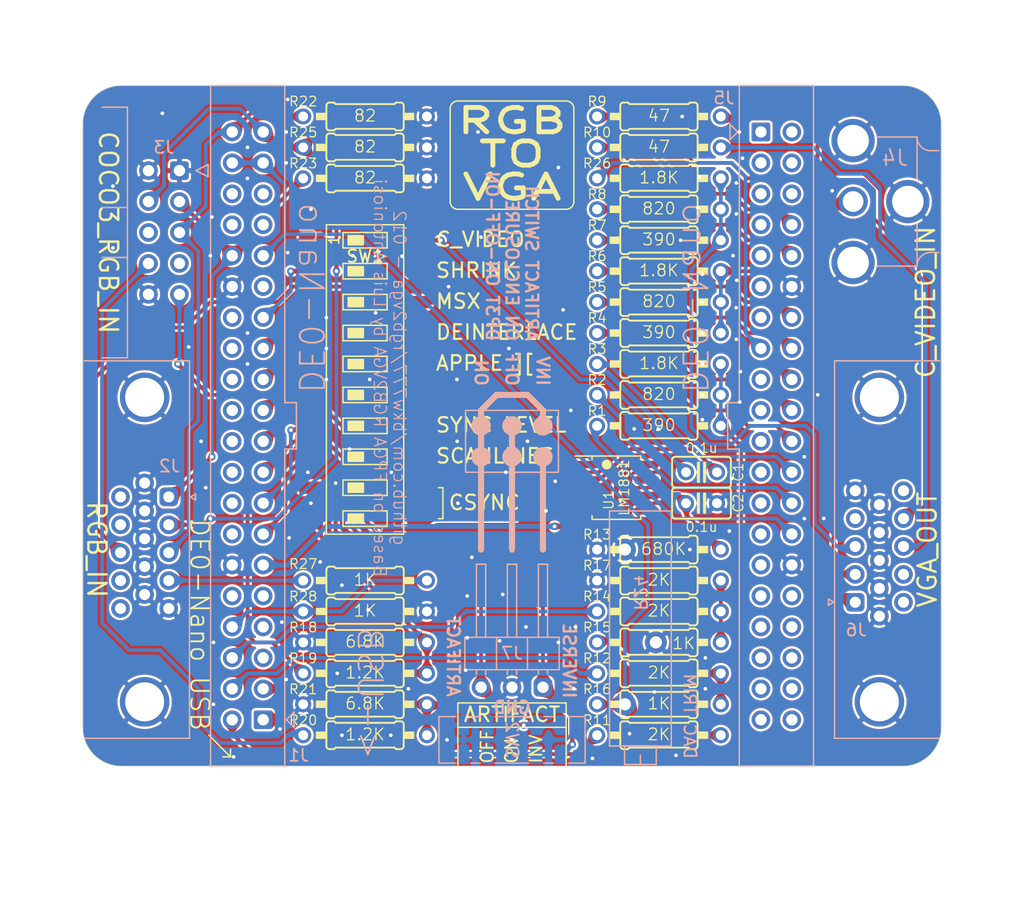
<source format=kicad_pcb>
(kicad_pcb (version 20221018) (generator pcbnew)
  (title_block (title "DE0-NANO_RGB2VGA THT") (date "2024-01-07") (rev "012") (company "Brian K. White - b.kenyon.w@gmail.com") (comment 1 "github.com/bkw777/rgb2vga") (comment 2 "Based on FPGA RGB2VGA by Luis Antoniosi"))
  (layers (0 "F.Cu" signal "Top") (31 "B.Cu" signal "Bottom") (34 "B.Paste" user) (35 "F.Paste" user) (36 "B.SilkS" user "B.Silkscreen") (37 "F.SilkS" user "F.Silkscreen") (38 "B.Mask" user) (39 "F.Mask" user) (44 "Edge.Cuts" user))
  (net 0 "")
  (net 1 "GND")
  (net 2 "/RSET")
  (net 3 "/DIFF_N")
  (net 4 "+5V")
  (net 5 "/_BRIGHT")
  (net 6 "/D0")
  (net 7 "/D1")
  (net 8 "/_VSYNC")
  (net 9 "/D2")
  (net 10 "/_HSYNC")
  (net 11 "/R2")
  (net 12 "/R1")
  (net 13 "/R0")
  (net 14 "/G2")
  (net 15 "/G1")
  (net 16 "/G0")
  (net 17 "/B1")
  (net 18 "/B2")
  (net 19 "/B0")
  (net 20 "/HS")
  (net 21 "/VS")
  (net 22 "Net-(R12-Pad2)")
  (net 23 "Net-(R14-Pad2)")
  (net 24 "Net-(U1-VIDEO)")
  (net 25 "/SW_SHRINK")
  (net 26 "/SW_MSX")
  (net 27 "/SW_DEINT")
  (net 28 "/SW_APPLE_][")
  (net 29 "/SW_ARTIF_INV")
  (net 30 "/SW_ARTIFACT")
  (net 31 "/SW_SYNC_LVL")
  (net 32 "/SW_SCANLINE")
  (net 33 "/SW_C_HS")
  (net 34 "/SW_C_VS")
  (net 35 "/VGA_V")
  (net 36 "/VGA_H")
  (net 37 "/VGA_B")
  (net 38 "/VGA_G")
  (net 39 "/VGA_R")
  (net 40 "/RGB_CS")
  (net 41 "/RGB_B")
  (net 42 "/RGB_G")
  (net 43 "/RGB_R")
  (net 44 "/RGB_BR")
  (net 45 "/RGB_H")
  (net 46 "/RGB_V")
  (footprint "000_LOCAL:C025-025X050" (layer "F.Cu") (at 158.75 104.775)
    (fp_text reference "C1")
    (fp_text value "0.1u")
  )
  (footprint "000_LOCAL:C025-025X050" (layer "F.Cu") (at 158.75 107.315)
    (fp_text reference "C2")
    (fp_text value "0.1u")
  )
  (footprint "000_LOCAL:0207_10" (layer "F.Cu") (at 155.2575 100.965)
    (fp_text reference "R1")
    (fp_text value "390")
  )
  (footprint "000_LOCAL:0207_10" (layer "F.Cu") (at 155.2575 98.425)
    (fp_text reference "R2")
    (fp_text value "820")
  )
  (footprint "000_LOCAL:0207_10" (layer "F.Cu") (at 155.2575 95.885)
    (fp_text reference "R3")
    (fp_text value "1.8K")
  )
  (footprint "000_LOCAL:0207_10" (layer "F.Cu") (at 155.2575 93.345)
    (fp_text reference "R4")
    (fp_text value "390")
  )
  (footprint "000_LOCAL:0207_10" (layer "F.Cu") (at 155.2575 90.805)
    (fp_text reference "R5")
    (fp_text value "820")
  )
  (footprint "000_LOCAL:0207_10" (layer "F.Cu") (at 155.2575 88.265)
    (fp_text reference "R6")
    (fp_text value "1.8K")
  )
  (footprint "000_LOCAL:0207_10" (layer "F.Cu") (at 155.2575 85.725)
    (fp_text reference "R7")
    (fp_text value "390")
  )
  (footprint "000_LOCAL:0207_10" (layer "F.Cu") (at 155.2575 83.185)
    (fp_text reference "R8")
    (fp_text value "820")
  )
  (footprint "000_LOCAL:0207_10" (layer "F.Cu") (at 155.2575 75.565)
    (fp_text reference "R9")
    (fp_text value "47")
  )
  (footprint "000_LOCAL:0207_10" (layer "F.Cu") (at 155.2575 78.105)
    (fp_text reference "R10")
    (fp_text value "47")
  )
  (footprint "000_LOCAL:0207_10" (layer "F.Cu") (at 155.2575 126.365)
    (fp_text reference "R11")
    (fp_text value "2K")
  )
  (footprint "000_LOCAL:0207_10" (layer "F.Cu") (at 155.2575 121.285)
    (fp_text reference "R12")
    (fp_text value "2K")
  )
  (footprint "000_LOCAL:0207_10" (layer "F.Cu") (at 155.2575 111.125)
    (fp_text reference "R13")
    (fp_text value "680K")
  )
  (footprint "000_LOCAL:0207_10" (layer "F.Cu") (at 155.2575 116.205)
    (fp_text reference "R14")
    (fp_text value "2K")
  )
  (footprint "000_LOCAL:0207_10" (layer "F.Cu") (at 155.2575 118.745)
    (fp_text reference "R15")
    (fp_text value "1K")
  )
  (footprint "000_LOCAL:0207_10" (layer "F.Cu") (at 155.2575 123.825)
    (fp_text reference "R16")
    (fp_text value "1K")
  )
  (footprint "000_LOCAL:0207_10" (layer "F.Cu") (at 155.2575 113.665)
    (fp_text reference "R17")
    (fp_text value "2K")
  )
  (footprint "000_LOCAL:0207_10" (layer "F.Cu") (at 131.1275 118.745)
    (fp_text reference "R18")
    (fp_text value "6.8K")
  )
  (footprint "000_LOCAL:0207_10" (layer "F.Cu") (at 131.1275 121.285)
    (fp_text reference "R19")
    (fp_text value "1.2K")
  )
  (footprint "000_LOCAL:0207_10" (layer "F.Cu") (at 131.1275 126.365)
    (fp_text reference "R20")
    (fp_text value "1.2K")
  )
  (footprint "000_LOCAL:0207_10" (layer "F.Cu") (at 131.1275 123.825)
    (fp_text reference "R21")
    (fp_text value "6.8K")
  )
  (footprint "000_LOCAL:0207_10" (layer "F.Cu") (at 131.1275 75.565)
    (fp_text reference "R22")
    (fp_text value "82")
  )
  (footprint "000_LOCAL:0207_10" (layer "F.Cu") (at 131.1275 80.645)
    (fp_text reference "R23")
    (fp_text value "82")
  )
  (footprint "000_LOCAL:0207_10" (layer "F.Cu") (at 131.1275 78.105)
    (fp_text reference "R25")
    (fp_text value "82")
  )
  (footprint "000_LOCAL:0207_10" (layer "F.Cu") (at 155.2575 80.645)
    (fp_text reference "R26")
    (fp_text value "1.8K")
  )
  (footprint "000_LOCAL:0207_10" (layer "F.Cu") (at 131.1275 113.665)
    (fp_text reference "R27")
    (fp_text value "1K")
  )
  (footprint "000_LOCAL:SOIC-8_4x5" (layer "F.Cu") (at 151.765 106.045)
    (fp_text reference "U1")
    (fp_text value "LM1881")
  )
  (footprint "000_LOCAL:0207_10" (layer "F.Cu") (at 131.1275 116.205)
    (fp_text reference "R28")
    (fp_text value "1K")
  )
  (footprint "000_LOCAL:SW_DIP_SPSTx10_Slide_6.7_8.61_P2.54_LowProfile" (layer "F.Cu") (at 131.1275 97.155)
    (fp_text reference "SW1")
    (fp_text value "SW_DIP_x10")
  )
  (footprint "000_LOCAL:DE0-Nano_bare" (layer "F.Cu") (at 143.1925 103.652 -90)
    (fp_text reference "DE0-Nano" hide)
    (fp_text value "DE0-Nano_bare")
  )
  (footprint "000_LOCAL:HD15-SN-25" (layer "B.Cu") (at 173.355 111.125 -90)
    (fp_text reference "J6")
    (fp_text value "VGA_OUT")
  )
  (footprint "000_LOCAL:Potentiometer_Bourns_3006P_Horizontal" (layer "B.Cu") (at 152.4635 111.125 90)
    (fp_text reference "R24")
    (fp_text value "10K")
  )
  (footprint "000_LOCAL:HD15-SN-25" (layer "B.Cu") (at 113.03 111.125 90)
    (fp_text reference "J2")
    (fp_text value "RGB_IN")
  )
  (footprint "000_LOCAL:PinSocket_2x20_P2.54mm_Polarized_Vertical" (layer "B.Cu") (at 122.76 125.095)
    (fp_text reference "J1")
    (fp_text value "GPIO_0")
  )
  (footprint "000_LOCAL:IDC-Header_2x05_P2.54mm_Horizontal" (layer "B.Cu") (at 115.8875 80.01 180)
    (fp_text reference "J3")
    (fp_text value "COCO3_RGB_IN")
  )
  (footprint "000_LOCAL:SW_DP3T_CK_JS203011JAQN" (layer "B.Cu") (at 143.1925 126.746 180)
    (fp_text reference "SW2")
    (fp_text value "SW_DP3T")
  )
  (footprint "000_LOCAL:PinSocket_2x20_P2.54mm_Polarized_Vertical" (layer "B.Cu") (at 163.6286 76.835 180)
    (fp_text reference "J5")
    (fp_text value "GPIO_1")
  )
  (footprint "000_LOCAL:PinHeader_1x03_P2.54mm_Horizontal" (layer "B.Cu") (at 145.7325 122.428 90)
    (fp_text reference "J7")
    (fp_text value "Conn_01x03_Male")
  )
  (footprint "000_LOCAL:RCA" (layer "B.Cu") (at 171.1967 82.55 90)
    (fp_text reference "J4")
    (fp_text value "C_VIDEO_IN")
  )
  (gr_circle (center 143.1925 100.965) (end 143.5925 100.965) (stroke (width 0.8)) (fill none) (layer "B.SilkS"))
  (gr_line (start 140.6525 103.505) (end 140.6525 100.965) (stroke (width 0.5)) (layer "B.SilkS"))
  (gr_line (start 143.1925 103.505) (end 143.1925 100.965) (stroke (width 0.5)) (layer "B.SilkS"))
  (gr_circle (center 143.1925 103.505) (end 143.5925 103.505) (stroke (width 0.8)) (fill none) (layer "B.SilkS"))
  (gr_circle (center 145.7325 103.505) (end 146.1325 103.505) (stroke (width 0.8)) (fill none) (layer "B.SilkS"))
  (gr_circle (center 145.7325 100.965) (end 146.1325 100.965) (stroke (width 0.8)) (fill none) (layer "B.SilkS"))
  (gr_circle (center 140.6525 103.505) (end 141.0525 103.505) (stroke (width 0.8)) (fill none) (layer "B.SilkS"))
  (gr_circle (center 140.6525 100.965) (end 141.0525 100.965) (stroke (width 0.8)) (fill none) (layer "B.SilkS"))
  (gr_line (start 144.4625 98.425) (end 145.7325 99.695) (stroke (width 0.5)) (layer "B.SilkS"))
  (gr_line (start 145.7325 100.965) (end 145.7325 99.695) (stroke (width 0.5)) (layer "B.SilkS"))
  (gr_line (start 140.6525 100.965) (end 140.6525 99.695) (stroke (width 0.5)) (layer "B.SilkS"))
  (gr_line (start 147.0025 99.695) (end 147.0025 104.775) (stroke (width 0.12)) (layer "B.SilkS"))
  (gr_line (start 140.6525 99.695) (end 141.9225 98.425) (stroke (width 0.5)) (layer "B.SilkS"))
  (gr_line (start 139.3825 99.695) (end 147.0025 99.695) (stroke (width 0.12)) (layer "B.SilkS"))
  (gr_line (start 177.5717 86.725) (end 178.2445 86.725) (stroke (width 0.12)) (layer "B.SilkS"))
  (gr_line (start 177.5717 78.375) (end 178.2445 78.375) (stroke (width 0.12)) (layer "B.SilkS"))
  (gr_line (start 141.9225 98.425) (end 144.4625 98.425) (stroke (width 0.5)) (layer "B.SilkS"))
  (gr_line (start 139.3825 104.775) (end 139.3825 99.695) (stroke (width 0.12)) (layer "B.SilkS"))
  (gr_line (start 140.6525 111.125) (end 140.6525 103.505) (stroke (width 0.5)) (layer "B.SilkS"))
  (gr_line (start 143.1925 111.125) (end 143.1925 103.505) (stroke (width 0.5)) (layer "B.SilkS"))
  (gr_line (start 147.0025 104.775) (end 139.3825 104.775) (stroke (width 0.12)) (layer "B.SilkS"))
  (gr_line (start 145.7325 111.125) (end 145.7325 103.505) (stroke (width 0.5)) (layer "B.SilkS"))
  (gr_line (start 147.6375 74.295) (end 138.7475 74.295) (stroke (width 0.12)) (layer "F.SilkS"))
  (gr_line (start 138.7475 83.185) (end 147.6375 83.185) (stroke (width 0.12)) (layer "F.SilkS"))
  (gr_line (start 138.1125 74.93) (end 138.1125 82.55) (stroke (width 0.12)) (layer "F.SilkS"))
  (gr_line (start 118.3005 126.365) (end 120.0785 128.143) (stroke (width 0.12)) (layer "F.SilkS"))
  (gr_line (start 138.7475 128.905) (end 138.7475 123.715) (stroke (width 0.12)) (layer "F.SilkS"))
  (gr_line (start 120.0785 128.143) (end 119.4435 128.143) (stroke (width 0.12)) (layer "F.SilkS"))
  (gr_line (start 120.0785 128.143) (end 120.0785 127.508) (stroke (width 0.12)) (layer "F.SilkS"))
  (gr_arc (start 148.2725 82.55) (mid 148.086513 82.999013) (end 147.6375 83.185) (stroke (width 0.12)) (layer "F.SilkS"))
  (gr_line (start 138.7475 125.715) (end 147.6375 125.715) (stroke (width 0.12)) (layer "F.SilkS"))
  (gr_line (start 137.5235 108.585) (end 137.5235 106.045) (stroke (width 0.12)) (layer "F.SilkS"))
  (gr_line (start 137.5235 108.585) (end 137.1425 108.585) (stroke (width 0.12)) (layer "F.SilkS"))
  (gr_line (start 147.6375 123.715) (end 147.6375 128.905) (stroke (width 0.12)) (layer "F.SilkS"))
  (gr_line (start 137.1425 106.045) (end 137.5235 106.045) (stroke (width 0.12)) (layer "F.SilkS"))
  (gr_line (start 138.7475 123.715) (end 147.6375 123.715) (stroke (width 0.12)) (layer "F.SilkS"))
  (gr_arc (start 138.7475 83.185) (mid 138.298487 82.999013) (end 138.1125 82.55) (stroke (width 0.12)) (layer "F.SilkS"))
  (gr_arc (start 138.1125 74.93) (mid 138.298487 74.480987) (end 138.7475 74.295) (stroke (width 0.12)) (layer "F.SilkS"))
  (gr_line (start 148.2725 82.55) (end 148.2725 74.93) (stroke (width 0.12)) (layer "F.SilkS"))
  (gr_arc (start 147.6375 74.295) (mid 148.086513 74.480987) (end 148.2725 74.93) (stroke (width 0.12)) (layer "F.SilkS"))
  (gr_arc (start 107.95 76.2) (mid 108.879936 73.954936) (end 111.125 73.025) (stroke (width 0.05)) (layer "Edge.Cuts"))
  (gr_arc (start 178.435 125.73) (mid 177.505064 127.975064) (end 175.26 128.905) (stroke (width 0.05)) (layer "Edge.Cuts"))
  (gr_arc (start 111.125 128.905) (mid 108.879936 127.975064) (end 107.95 125.73) (stroke (width 0.05)) (layer "Edge.Cuts"))
  (gr_line (start 178.435 125.73) (end 178.435 76.2) (stroke (width 0.05)) (layer "Edge.Cuts"))
  (gr_line (start 107.95 76.2) (end 107.95 125.73) (stroke (width 0.05)) (layer "Edge.Cuts"))
  (gr_arc (start 175.26 73.025) (mid 177.505064 73.954936) (end 178.435 76.2) (stroke (width 0.05)) (layer "Edge.Cuts"))
  (gr_line (start 175.26 73.025) (end 111.125 73.025) (stroke (width 0.05)) (layer "Edge.Cuts"))
  (gr_line (start 111.125 128.905) (end 175.26 128.905) (stroke (width 0.05)) (layer "Edge.Cuts"))
  (gr_text "${COMMENT1} - ${REVISION}\nBased on FPGA RGB2VGA by Luis Antoniosi" (at 131.7625 97.028 270) (layer "B.SilkS") (effects (font (size 1 1) (thickness 0.1)) (justify bottom mirror)))
  (gr_text "INVERSE" (at 147.8915 123.444 -90) (layer "B.SilkS") (effects (font (size 1 1) (thickness 0.2)) (justify left mirror)))
  (gr_text "GND" (at 143.1925 124.079) (layer "B.SilkS") (effects (font (size 1 1) (thickness 0.2)) (justify mirror)))
  (gr_text "OFF" (at 143.1925 97.79 -90) (layer "B.SilkS") (effects (font (size 1 1) (thickness 0.2)) (justify left mirror)))
  (gr_text "ARTIFACT SWITCH\nON ENCLOSURE\nDP3T ON-OFF-ON" (at 143.1925 94.107 270) (layer "B.SilkS") (effects (font (size 1 1) (thickness 0.2)) (justify left mirror)))
  (gr_text "ON" (at 140.6525 97.79 -90) (layer "B.SilkS") (effects (font (size 1 1) (thickness 0.2)) (justify left mirror)))
  (gr_text "INV" (at 145.7325 97.79 -90) (layer "B.SilkS") (effects (font (size 1 1) (thickness 0.2)) (justify left mirror)))
  (gr_text "ARTIFACT" (at 138.3665 123.317 -90) (layer "B.SilkS") (effects (font (size 1 1) (thickness 0.2)) (justify left mirror)))
  (gr_text "DAC TRIM" (at 157.7975 128.397 270) (layer "B.SilkS") (effects (font (size 1 1)) (justify left mirror)))
  (gr_text "DE0-Nano" (at 126.6825 98.425 270) (layer "B.SilkS") (effects (font (size 2 2)) (justify left mirror)))
  (gr_text "DE0-Nano" (at 158.1785 98.425 270) (layer "B.SilkS") (effects (font (size 2 2)) (justify left mirror)))
  (gr_text "<-USB" (at 131.5085 128.524 270) (layer "B.SilkS") (effects (font (size 2 2)) (justify left mirror)))
  (gr_text "CSYNC" (at 137.8925 107.965) (layer "F.SilkS") (effects (font (size 1.2 1.2) (thickness 0.18)) (justify left bottom)))
  (gr_text "RGB" (at 143.1925 77.089) (layer "F.SilkS") (effects (font (size 2 3) (thickness 0.4)) (justify bottom)))
  (gr_text "TO" (at 143.1925 79.8322) (layer "F.SilkS") (effects (font (size 2 3) (thickness 0.4)) (justify bottom)))
  (gr_text "VGA" (at 143.1925 82.55) (layer "F.SilkS") (effects (font (size 2 3) (thickness 0.4)) (justify bottom)))
  (gr_text "ARTIFACT" (at 143.1925 125.365) (layer "F.SilkS") (effects (font (size 1.2 1.2) (thickness 0.18)) (justify bottom)))
  (gr_text "ON" (at 143.7425 128.778 90) (layer "F.SilkS") (effects (font (size 1 1)) (justify left bottom)))
  (gr_text "INV" (at 145.7425 128.778 90) (layer "F.SilkS") (effects (font (size 1 1)) (justify left bottom)))
  (gr_text "OFF" (at 141.7425 128.778 90) (layer "F.SilkS") (effects (font (size 1 1)) (justify left bottom)))
  (gr_text "C_VIDEO" (at 136.8425 86.36) (layer "F.SilkS") (effects (font (size 1.2 1.2) (thickness 0.18)) (justify left bottom)))
  (gr_text "SCANLINES" (at 136.8425 104.14) (layer "F.SilkS") (effects (font (size 1.2 1.2) (thickness 0.18)) (justify left bottom)))
  (gr_text "MSX" (at 136.8425 91.44) (layer "F.SilkS") (effects (font (size 1.2 1.2) (thickness 0.18)) (justify left bottom)))
  (gr_text "DE0-Nano USB" (at 117.5385 126.111 270) (layer "F.SilkS") (effects (font (size 1.5 1.5)) (justify right)))
  (gr_text "SYNC LEVEL" (at 136.8425 101.6) (layer "F.SilkS") (effects (font (size 1.2 1.2) (thickness 0.18)) (justify left bottom)))
  (gr_text "APPLE ][" (at 136.8425 96.52) (layer "F.SilkS") (effects (font (size 1.2 1.2) (thickness 0.18)) (justify left bottom)))
  (gr_text "DEINTERLACE" (at 136.8425 93.98) (layer "F.SilkS") (effects (font (size 1.2 1.2) (thickness 0.18)) (justify left bottom)))
  (gr_text "SHRINK" (at 136.8425 88.9) (layer "F.SilkS") (effects (font (size 1.2 1.2) (thickness 0.18)) (justify left bottom)))
  (via (at 147.3835 91.44) (size 0.6) (drill 0.3) (layers "F.Cu" "B.Cu") (net 1))
  (via (at 140.6525 85.471) (size 0.6) (drill 0.3) (layers "F.Cu" "B.Cu") (net 1))
  (via (at 126.4285 104.775) (size 0.6) (drill 0.3) (layers "F.Cu" "B.Cu") (net 1))
  (via (at 110.4265 86.36) (size 0.6) (drill 0.3) (layers "F.Cu" "B.Cu") (net 1))
  (via (at 118.0465 106.045) (size 0.6) (drill 0.3) (layers "F.Cu" "B.Cu") (net 1))
  (via (at 158.8135 95.885) (size 0.6) (drill 0.3) (layers "F.Cu" "B.Cu") (net 1))
  (via (at 161.5925 91.265) (size 0.6) (drill 0.3) (layers "F.Cu" "B.Cu") (net 1))
  (via (at 124.7775 74.168) (size 0.6) (drill 0.3) (layers "F.Cu" "B.Cu") (net 1))
  (via (at 124.1425 125.857) (size 0.6) (drill 0.3) (layers "F.Cu" "B.Cu") (net 1))
  (via (at 168.7925 108.565) (size 0.6) (drill 0.3) (layers "F.Cu" "B.Cu") (net 1))
  (via (at 158.8135 98.425) (size 0.6) (drill 0.3) (layers "F.Cu" "B.Cu") (net 1))
  (via (at 121.4755 93.345) (size 0.6) (drill 0.3) (layers "F.Cu" "B.Cu") (net 1))
  (via (at 152.8445 126.238) (size 0.6) (drill 0.3) (layers "F.Cu" "B.Cu") (net 1))
  (via (at 161.9425 96.515) (size 0.6) (drill 0.3) (layers "F.Cu" "B.Cu") (net 1))
  (via (at 147.0025 79.756) (size 0.6) (drill 0.3) (layers "F.Cu" "B.Cu") (net 1))
  (via (at 121.4755 78.105) (size 0.6) (drill 0.3) (layers "F.Cu" "B.Cu") (net 1))
  (via (at 147.0025 118.745) (size 0.6) (drill 0.3) (layers "F.Cu" "B.Cu") (net 1))
  (via (at 137.9855 89.535) (size 0.6) (drill 0.3) (layers "F.Cu" "B.Cu") (net 1))
  (via (at 127.4445 112.141) (size 0.6) (drill 0.3) (layers "F.Cu" "B.Cu") (net 1))
  (via (at 142.4305 114.808) (size 0.6) (drill 0.3) (layers "F.Cu" "B.Cu") (net 1))
  (via (at 124.8925 110.165) (size 0.6) (drill 0.3) (layers "F.Cu" "B.Cu") (net 1))
  (via (at 142.6845 104.775) (size 0.6) (drill 0.3) (layers "F.Cu" "B.Cu") (net 1))
  (via (at 157.7975 111.125) (size 0.6) (drill 0.3) (layers "F.Cu" "B.Cu") (net 1))
  (via (at 118.6815 123.825) (size 0.6) (drill 0.3) (layers "F.Cu" "B.Cu") (net 1))
  (via (at 161.8615 76.835) (size 0.6) (drill 0.3) (layers "F.Cu" "B.Cu") (net 1))
  (via (at 155.194 101.219) (size 0.6) (drill 0.3) (layers "F.Cu" "B.Cu") (net 1))
  (via (at 167.1955 103.505) (size 0.6) (drill 0.3) (layers "F.Cu" "B.Cu") (net 1))
  (via (at 161.6425 89.015) (size 0.6) (drill 0.3) (layers "F.Cu" "B.Cu") (net 1))
  (via (at 117.6655 102.235) (size 0.6) (drill 0.3) (layers "F.Cu" "B.Cu") (net 1))
  (via (at 148.3995 117.475) (size 0.6) (drill 0.3) (layers "F.Cu" "B.Cu") (net 1))
  (via (at 154.8765 122.809) (size 0.6) (drill 0.3) (layers "F.Cu" "B.Cu") (net 1))
  (via (at 129.2225 126.365) (size 0.6) (drill 0.3) (layers "F.Cu" "B.Cu") (net 1))
  (via (at 158.4325 83.058) (size 0.6) (drill 0.3) (layers "F.Cu" "B.Cu") (net 1))
  (via (at 158.8135 93.345) (size 0.6) (drill 0.3) (layers "F.Cu" "B.Cu") (net 1))
  (via (at 161.036 109.601) (size 0.6) (drill 0.3) (layers "F.Cu" "B.Cu") (net 1))
  (via (at 138.6925 102.235) (size 0.6) (drill 0.3) (layers "F.Cu" "B.Cu") (net 1))
  (via (at 138.6675 97.155) (size 0.6) (drill 0.3) (layers "F.Cu" "B.Cu") (net 1))
  (via (at 159.0675 122.555) (size 0.6) (drill 0.3) (layers "F.Cu" "B.Cu") (net 1))
  (via (at 139.8905 111.76) (size 0.6) (drill 0.3) (layers "F.Cu" "B.Cu") (net 1))
  (via (at 127.9525 97.155) (size 0.6) (drill 0.3) (layers "F.Cu" "B.Cu") (net 1))
  (via (at 157.0355 85.725) (size 0.6) (drill 0.3) (layers "F.Cu" "B.Cu") (net 1))
  (via (at 118.6815 118.745) (size 0.6) (drill 0.3) (layers "F.Cu" "B.Cu") (net 1))
  (via (at 129.8575 102.87) (size 0.6) (drill 0.3) (layers "F.Cu" "B.Cu") (net 1))
  (via (at 159.0675 120.015) (size 0.6) (drill 0.3) (layers "F.Cu" "B.Cu") (net 1))
  (via (at 158.8135 100.457) (size 0.6) (drill 0.3) (layers "F.Cu" "B.Cu") (net 1))
  (via (at 143.1925 126.746) (size 0.6) (drill 0.3) (layers "F.Cu" "B.Cu") (net 1))
  (via (at 142.9385 94.615) (size 0.6) (drill 0.3) (layers "F.Cu" "B.Cu") (net 1))
  (via (at 142.1765 118.618) (size 0.6) (drill 0.3) (layers "F.Cu" "B.Cu") (net 1))
  (via (at 161.3425 86.995) (size 0.6) (drill 0.3) (layers "F.Cu" "B.Cu") (net 1))
  (via (at 158.5595 80.518) (size 0.6) (drill 0.3) (layers "F.Cu" "B.Cu") (net 1))
  (via (at 158.8135 88.519) (size 0.6) (drill 0.3) (layers "F.Cu" "B.Cu") (net 1))
  (via (at 140.3985 76.835) (size 0.6) (drill 0.3) (layers "F.Cu" "B.Cu") (net 1))
  (via (at 118.4275 86.995) (size 0.6) (drill 0.3) (layers "F.Cu" "B.Cu") (net 1))
  (via (at 120.3325 128.143) (size 0.6) (drill 0.3) (layers "F.Cu" "B.Cu") (net 1))
  (via (at 124.6505 121.793) (size 0.6) (drill 0.3) (layers "F.Cu" "B.Cu") (net 1))
  (via (at 121.4755 80.645) (size 0.6) (drill 0.3) (layers "F.Cu" "B.Cu") (net 1))
  (via (at 126.6825 83.185) (size 0.6) (drill 0.3) (layers "F.Cu" "B.Cu") (net 1))
  (via (at 162.1155 78.994) (size 0.6) (drill 0.3) (layers "F.Cu" "B.Cu") (net 1))
  (via (at 145.9865 107.95) (size 0.6) (drill 0.3) (layers "F.Cu" "B.Cu") (net 1))
  (via (at 144.3355 117.475) (size 0.6) (drill 0.3) (layers "F.Cu" "B.Cu") (net 1))
  (via (at 149.7965 128.27) (size 0.6) (drill 0.3) (layers "F.Cu" "B.Cu") (net 1))
  (via (at 124.6505 79.375) (size 0.6) (drill 0.3) (layers "F.Cu" "B.Cu") (net 1))
  (via (at 121.4755 95.885) (size 0.6) (drill 0.3) (layers "F.Cu" "B.Cu") (net 1))
  (via (at 118.5545 83.82) (size 0.6) (drill 0.3) (layers "F.Cu" "B.Cu") (net 1))
  (via (at 133.2425 126.365) (size 0.6) (drill 0.3) (layers "F.Cu" "B.Cu") (net 1))
  (via (at 131.3815 116.078) (size 0.6) (drill 0.3) (layers "F.Cu" "B.Cu") (net 1))
  (via (at 124.2949 117.0813) (size 0.6) (drill 0.3) (layers "F.Cu" "B.Cu") (net 1))
  (via (at 161.6075 81.026) (size 0.6) (drill 0.3) (layers "F.Cu" "B.Cu") (net 1))
  (via (at 138.7475 107.315) (size 0.6) (drill 0.3) (layers "F.Cu" "B.Cu") (net 1))
  (via (at 126.6825 107.315) (size 0.6) (drill 0.3) (layers "F.Cu" "B.Cu") (net 1))
  (via (at 128.8415 121.285) (size 0.6) (drill 0.3) (layers "F.Cu" "B.Cu") (net 1))
  (via (at 169.4815 81.661) (size 0.6) (drill 0.3) (layers "F.Cu" "B.Cu") (net 1))
  (via (at 158.8135 90.805) (size 0.6) (drill 0.3) (layers "F.Cu" "B.Cu") (net 1))
  (via (at 129.2225 114.046) (size 0.6) (drill 0.3) (layers "F.Cu" "B.Cu") (net 1))
  (via (at 139.5095 114.935) (size 0.6) (drill 0.3) (layers "F.Cu" "B.Cu") (net 1))
  (via (at 148.0185 99.695) (size 0.6) (drill 0.3) (layers "F.Cu" "B.Cu") (net 1))
  (via (at 161.6075 93.853) (size 0.6) (drill 0.3) (layers "F.Cu" "B.Cu") (net 1))
  (via (at 148.2725 122.555) (size 0.6) (drill 0.3) (layers "F.Cu" "B.Cu") (net 1))
  (via (at 130.1115 86.995) (size 0.6) (drill 0.3) (layers "F.Cu" "B.Cu") (net 1))
  (via (at 116.6495 94.488) (size 0.6) (drill 0.3) (layers "F.Cu" "B.Cu") (net 1))
  (via (at 161.6075 83.566) (size 0.6) (drill 0.3) (layers "F.Cu" "B.Cu") (net 1))
  (via (at 127.9525 94.615) (size 0.6) (drill 0.3) (layers "F.Cu" "B.Cu") (net 1))
  (via (at 134.1675 87.04) (size 0.6) (drill 0.3) (layers "F.Cu" "B.Cu") (net 1))
  (via (at 124.6505 76.835) (size 0.6) (drill 0.3) (layers "F.Cu" "B.Cu") (net 1))
  (via (at 168.2925 98.415) (size 0.6) (drill 0.3) (layers "F.Cu" "B.Cu") (net 1))
  (via (at 134.6835 122.555) (size 0.6) (drill 0.3) (layers "F.Cu" "B.Cu") (net 1))
  (via (at 133.2865 104.775) (size 0.6) (drill 0.3) (layers "F.Cu" "B.Cu") (net 1))
  (via (at 131.5085 97.155) (size 0.6) (drill 0.3) (layers "F.Cu" "B.Cu") (net 1))
  (via (at 139.5095 118.364) (size 0.6) (drill 0.3) (layers "F.Cu" "B.Cu") (net 1))
  (via (at 156.6545 128.016) (size 0.6) (drill 0.3) (layers "F.Cu" "B.Cu") (net 1))
  (via (at 146.7425 105.515) (size 0.6) (drill 0.3) (layers "F.Cu" "B.Cu") (net 1))
  (via (at 137.8585 126.746) (size 0.6) (drill 0.3) (layers "F.Cu" "B.Cu") (net 1))
  (via (at 114.4905 75.311) (size 0.6) (drill 0.3) (layers "F.Cu" "B.Cu") (net 1))
  (via (at 161.2265 105.283) (size 0.6) (drill 0.3) (layers "F.Cu" "B.Cu") (net 1))
  (via (at 139.3825 121.031) (size 0.6) (drill 0.3) (layers "F.Cu" "B.Cu") (net 1))
  (via (at 144.4625 102.235) (size 0.6) (drill 0.3) (layers "F.Cu" "B.Cu") (net 1))
  (via (at 131.9925 91.69) (size 0.6) (drill 0.3) (layers "F.Cu" "B.Cu") (net 1))
  (via (at 128.7145 105.664) (size 0.6) (drill 0.3) (layers "F.Cu" "B.Cu") (net 1))
  (via (at 157.1625 75.565) (size 0.6) (drill 0.3) (layers "F.Cu" "B.Cu") (net 1))
  (via (at 124.7775 86.741) (size 0.6) (drill 0.3) (layers "F.Cu" "B.Cu") (net 1))
  (via (at 161.8925 99.015) (size 0.6) (drill 0.3) (layers "F.Cu" "B.Cu") (net 1))
  (via (at 127.9525 92.075) (size 0.6) (drill 0.3) (layers "F.Cu" "B.Cu") (net 1))
  (via (at 153.2255 101.219) (size 0.6) (drill 0.3) (layers "F.Cu" "B.Cu") (net 1))
  (via (at 167.1955 108.585) (size 0.6) (drill 0.3) (layers "F.Cu" "B.Cu") (net 1))
  (via (at 110.4265 81.28) (size 0.6) (drill 0.3) (layers "F.Cu" "B.Cu") (net 1))
  (segment (start 157.48 107.315) (end 156.845 106.68) (width 0.3048) (layer "F.Cu") (net 2))
  (segment (start 156.845 106.68) (end 154.24 106.68) (width 0.3048) (layer "F.Cu") (net 2))
  (segment (start 157.48 108.2675) (end 157.48 107.315) (width 0.3048) (layer "F.Cu") (net 2))
  (segment (start 160.3375 111.125) (end 157.48 108.2675) (width 0.3048) (layer "F.Cu") (net 2))
  (segment (start 155.0035 126.365) (end 152.4635 123.825) (width 0.3048) (layer "F.Cu") (net 3))
  (segment (start 152.4635 123.825) (end 150.1775 123.825) (width 0.3048) (layer "F.Cu") (net 3))
  (segment (start 160.3375 126.365) (end 155.0035 126.365) (width 0.3048) (layer "F.Cu") (net 3))
  (segment (start 122.76 79.375) (end 124.5235 81.1385) (width 0.3048) (layer "B.Cu") (net 3))
  (segment (start 124.5235 85.2315) (end 130.507 85.2315) (width 0.3048) (layer "B.Cu") (net 3))
  (segment (start 154.3685 109.093) (end 154.3685 115.697) (width 0.3048) (layer "B.Cu") (net 3))
  (segment (start 154.3685 115.697) (end 152.4635 117.602) (width 0.3048) (layer "B.Cu") (net 3))
  (segment (start 122.76 79.375) (end 120.22 79.375) (width 0.3048) (layer "B.Cu") (net 3))
  (segment (start 130.507 85.2315) (end 154.3685 109.093) (width 0.3048) (layer "B.Cu") (net 3))
  (segment (start 152.4635 117.602) (end 152.4635 123.825) (width 0.3048) (layer "B.Cu") (net 3))
  (segment (start 124.5235 85.2315) (end 122.76 86.995) (width 0.3048) (layer "B.Cu") (net 3))
  (segment (start 124.5235 81.1385) (end 124.5235 85.2315) (width 0.3048) (layer "B.Cu") (net 3))
  (segment (start 153.0223 104.2416) (end 151.765 105.4989) (width 0.4) (layer "F.Cu") (net 4))
  (segment (start 154.1384 104.2416) (end 153.0223 104.2416) (width 0.4) (layer "F.Cu") (net 4))
  (segment (start 151.765 105.4989) (end 151.765 108.2675) (width 0.4) (layer "F.Cu") (net 4))
  (segment (start 151.765 108.2675) (end 150.8125 109.22) (width 0.4) (layer "F.Cu") (net 4))
  (segment (start 150.8125 109.22) (end 146.685 109.22) (width 0.4) (layer "F.Cu") (net 4))
  (segment (start 154.24 104.14) (end 154.1384 104.2416) (width 0.4) (layer "F.Cu") (net 4))
  (via (at 146.685 109.22) (size 0.6) (drill 0.3) (layers "F.Cu" "B.Cu") (net 4))
  (segment (start 146.685 109.22) (end 127.9398 109.22) (width 0.4) (layer "B.Cu") (net 4))
  (segment (start 124.7648 112.395) (end 122.76 112.395) (width 0.4) (layer "B.Cu") (net 4))
  (segment (start 127.9398 109.22) (end 124.7648 112.395) (width 0.4) (layer "B.Cu") (net 4))
  (segment (start 121.49 116.205) (end 120.22 117.475) (width 0.3048) (layer "B.Cu") (net 5))
  (segment (start 131.7625 113.665) (end 136.2075 113.665) (width 0.3048) (layer "B.Cu") (net 5))
  (segment (start 126.0475 116.205) (end 121.49 116.205) (width 0.3048) (layer "B.Cu") (net 5))
  (segment (start 129.2225 116.205) (end 131.7625 113.665) (width 0.3048) (layer "B.Cu") (net 5))
  (segment (start 126.0475 116.205) (end 129.2225 116.205) (width 0.3048) (layer "B.Cu") (net 5))
  (segment (start 139.4025 116.205) (end 150.1775 116.205) (width 0.3048) (layer "B.Cu") (net 6))
  (segment (start 121.49 118.745) (end 123.8885 118.745) (width 0.3048) (layer "B.Cu") (net 6))
  (segment (start 123.8885 118.745) (end 125.1585 117.475) (width 0.3048) (layer "B.Cu") (net 6))
  (segment (start 138.1325 117.475) (end 139.4025 116.205) (width 0.3048) (layer "B.Cu") (net 6))
  (segment (start 120.22 120.015) (end 121.49 118.745) (width 0.3048) (layer "B.Cu") (net 6))
  (segment (start 125.1585 117.475) (end 138.1325 117.475) (width 0.3048) (layer "B.Cu") (net 6))
  (segment (start 147.5105 120.015) (end 148.7805 121.285) (width 0.3048) (layer "B.Cu") (net 7))
  (segment (start 148.7805 121.285) (end 150.1775 121.285) (width 0.3048) (layer "B.Cu") (net 7))
  (segment (start 123.9139 121.285) (end 125.1839 120.015) (width 0.3048) (layer "B.Cu") (net 7))
  (segment (start 120.22 122.555) (end 121.49 121.285) (width 0.3048) (layer "B.Cu") (net 7))
  (segment (start 121.49 121.285) (end 123.9139 121.285) (width 0.3048) (layer "B.Cu") (net 7))
  (segment (start 125.1839 120.015) (end 147.5105 120.015) (width 0.3048) (layer "B.Cu") (net 7))
  (segment (start 136.2075 118.745) (end 136.2075 121.285) (width 0.3048) (layer "F.Cu") (net 8))
  (segment (start 130.4925 122.555) (end 122.76 122.555) (width 0.3048) (layer "F.Cu") (net 8))
  (segment (start 127.508 110.0455) (end 136.2075 118.745) (width 0.3048) (layer "F.Cu") (net 8))
  (segment (start 127.508 108.585) (end 127.508 110.0455) (width 0.3048) (layer "F.Cu") (net 8))
  (segment (start 131.7625 121.285) (end 130.4925 122.555) (width 0.3048) (layer "F.Cu") (net 8))
  (segment (start 126.6955 108.585) (end 127.508 108.585) (width 0.3048) (layer "F.Cu") (net 8))
  (segment (start 136.2075 121.285) (end 131.7625 121.285) (width 0.3048) (layer "F.Cu") (net 8))
  (segment (start 120.22 126.2525) (end 121.8819 127.9144) (width 0.3048) (layer "F.Cu") (net 9))
  (segment (start 148.6281 127.9144) (end 150.1775 126.365) (width 0.3048) (layer "F.Cu") (net 9))
  (segment (start 121.8819 127.9144) (end 148.6281 127.9144) (width 0.3048) (layer "F.Cu") (net 9))
  (segment (start 120.22 125.095) (end 120.22 126.2525) (width 0.3048) (layer "F.Cu") (net 9))
  (segment (start 136.2075 123.825) (end 136.2075 126.365) (width 0.3048) (layer "F.Cu") (net 10))
  (segment (start 137.2825 123.825) (end 136.2075 123.825) (width 0.3048) (layer "F.Cu") (net 10))
  (segment (start 131.7625 125.095) (end 122.76 125.095) (width 0.3048) (layer "F.Cu") (net 10))
  (segment (start 127.197 106.045) (end 128.7145 107.5625) (width 0.3048) (layer "F.Cu") (net 10))
  (segment (start 138.2395 113.4872) (end 138.2395 122.868) (width 0.3048) (layer "F.Cu") (net 10))
  (segment (start 128.7145 107.5625) (end 128.7145 109.5883) (width 0.3048) (layer "F.Cu") (net 10))
  (segment (start 136.2075 123.825) (end 133.0325 123.825) (width 0.3048) (layer "F.Cu") (net 10))
  (segment (start 126.6955 106.045) (end 127.197 106.045) (width 0.3048) (layer "F.Cu") (net 10))
  (segment (start 131.318 112.1918) (end 136.9441 112.1918) (width 0.3048) (layer "F.Cu") (net 10))
  (segment (start 128.7145 109.5883) (end 131.318 112.1918) (width 0.3048) (layer "F.Cu") (net 10))
  (segment (start 133.0325 123.825) (end 131.7625 125.095) (width 0.3048) (layer "F.Cu") (net 10))
  (segment (start 136.9441 112.1918) (end 138.2395 113.4872) (width 0.3048) (layer "F.Cu") (net 10))
  (segment (start 138.2395 122.868) (end 137.2825 123.825) (width 0.3048) (layer "F.Cu") (net 10))
  (segment (start 150.1775 102.235) (end 150.1775 100.965) (width 0.3048) (layer "B.Cu") (net 11))
  (segment (start 166.1686 109.855) (end 164.8986 108.585) (width 0.3048) (layer "B.Cu") (net 11))
  (segment (start 164.8986 108.585) (end 156.5275 108.585) (width 0.3048) (layer "B.Cu") (net 11))
  (segment (start 156.5275 108.585) (end 150.1775 102.235) (width 0.3048) (layer "B.Cu") (net 11))
  (segment (start 156.5275 106.045) (end 152.0825 101.6) (width 0.3048) (layer "B.Cu") (net 12))
  (segment (start 164.8986 106.045) (end 156.5275 106.045) (width 0.3048) (layer "B.Cu") (net 12))
  (segment (start 152.0825 100.33) (end 150.1775 98.425) (width 0.3048) (layer "B.Cu") (net 12))
  (segment (start 152.0825 101.6) (end 152.0825 100.33) (width 0.3048) (layer "B.Cu") (net 12))
  (segment (start 166.1686 107.315) (end 164.8986 106.045) (width 0.3048) (layer "B.Cu") (net 12))
  (segment (start 158.75 103.505) (end 151.13 95.885) (width 0.3048) (layer "B.Cu") (net 13))
  (segment (start 151.13 95.885) (end 150.1775 95.885) (width 0.3048) (layer "B.Cu") (net 13))
  (segment (start 164.8986 103.505) (end 158.75 103.505) (width 0.3048) (layer "B.Cu") (net 13))
  (segment (start 166.1686 104.775) (end 164.8986 103.505) (width 0.3048) (layer "B.Cu") (net 13))
  (segment (start 158.115 99.695) (end 151.765 93.345) (width 0.3048) (layer "F.Cu") (net 14))
  (segment (start 166.1686 102.235) (end 164.8986 100.965) (width 0.3048) (layer "F.Cu") (net 14))
  (segment (start 162.56 100.965) (end 161.29 99.695) (width 0.3048) (layer "F.Cu") (net 14))
  (segment (start 151.765 93.345) (end 149.86 93.345) (width 0.3048) (layer "F.Cu") (net 14))
  (segment (start 164.8986 100.965) (end 162.56 100.965) (width 0.3048) (layer "F.Cu") (net 14))
  (segment (start 161.29 99.695) (end 158.115 99.695) (width 0.3048) (layer "F.Cu") (net 14))
  (segment (start 151.765 90.805) (end 149.86 90.805) (width 0.3048) (layer "F.Cu") (net 15))
  (segment (start 161.29 97.155) (end 158.115 97.155) (width 0.3048) (layer "F.Cu") (net 15))
  (segment (start 166.1686 99.695) (end 164.8986 98.425) (width 0.3048) (layer "F.Cu") (net 15))
  (segment (start 158.115 97.155) (end 151.765 90.805) (width 0.3048) (layer "F.Cu") (net 15))
  (segment (start 162.56 98.425) (end 161.29 97.155) (width 0.3048) (layer "F.Cu") (net 15))
  (segment (start 164.8986 98.425) (end 162.56 98.425) (width 0.3048) (layer "F.Cu") (net 15))
  (segment (start 164.8986 95.885) (end 162.56 95.885) (width 0.3048) (layer "F.Cu") (net 16))
  (segment (start 161.29 94.615) (end 158.115 94.615) (width 0.3048) (layer "F.Cu") (net 16))
  (segment (start 158.115 94.615) (end 151.765 88.265) (width 0.3048) (layer "F.Cu") (net 16))
  (segment (start 166.1686 97.155) (end 164.8986 95.885) (width 0.3048) (layer "F.Cu") (net 16))
  (segment (start 162.56 95.885) (end 161.29 94.615) (width 0.3048) (layer "F.Cu") (net 16))
  (segment (start 151.765 88.265) (end 149.86 88.265) (width 0.3048) (layer "F.Cu") (net 16))
  (segment (start 164.8986 90.805) (end 162.33775 90.805) (width 0.3048) (layer "F.Cu") (net 17))
  (segment (start 166.1686 92.075) (end 164.8986 90.805) (width 0.3048) (layer "F.Cu") (net 17))
  (segment (start 151.765 83.185) (end 149.86 83.185) (width 0.3048) (layer "F.Cu") (net 17))
  (segment (start 158.115 89.535) (end 151.765 83.185) (width 0.3048) (layer "F.Cu") (net 17))
  (segment (start 161.06775 89.535) (end 158.115 89.535) (width 0.3048) (layer "F.Cu") (net 17))
  (segment (start 162.33775 90.805) (end 161.06775 89.535) (width 0.3048) (layer "F.Cu") (net 17))
  (segment (start 166.1686 94.615) (end 164.8986 93.345) (width 0.3048) (layer "F.Cu") (net 18))
  (segment (start 162.56 93.345) (end 161.29 92.075) (width 0.3048) (layer "F.Cu") (net 18))
  (segment (start 158.115 92.075) (end 151.765 85.725) (width 0.3048) (layer "F.Cu") (net 18))
  (segment (start 161.29 92.075) (end 158.115 92.075) (width 0.3048) (layer "F.Cu") (net 18))
  (segment (start 164.8986 93.345) (end 162.56 93.345) (width 0.3048) (layer "F.Cu") (net 18))
  (segment (start 151.765 85.725) (end 149.86 85.725) (width 0.3048) (layer "F.Cu") (net 18))
  (segment (start 162.3695 80.518) (end 162.3695 93.3559) (width 0.3048) (layer "B.Cu") (net 19))
  (segment (start 150.1775 80.645) (end 151.4475 79.375) (width 0.3048) (layer "B.Cu") (net 19))
  (segment (start 162.3695 93.3559) (end 163.6286 94.615) (width 0.3048) (layer "B.Cu") (net 19))
  (segment (start 151.4475 79.375) (end 161.2265 79.375) (width 0.3048) (layer "B.Cu") (net 19))
  (segment (start 161.2265 79.375) (end 162.3695 80.518) (width 0.3048) (layer "B.Cu") (net 19))
  (segment (start 161.29 84.455) (end 158.115 84.455) (width 0.3048) (layer "F.Cu") (net 20))
  (segment (start 151.765 78.105) (end 149.86 78.105) (width 0.3048) (layer "F.Cu") (net 20))
  (segment (start 158.115 84.455) (end 151.765 78.105) (width 0.3048) (layer "F.Cu") (net 20))
  (segment (start 166.1686 86.995) (end 164.8986 85.725) (width 0.3048) (layer "F.Cu") (net 20))
  (segment (start 164.8986 85.725) (end 162.56 85.725) (width 0.3048) (layer "F.Cu") (net 20))
  (segment (start 162.56 85.725) (end 161.29 84.455) (width 0.3048) (layer "F.Cu") (net 20))
  (segment (start 151.765 75.565) (end 149.86 75.565) (width 0.3048) (layer "F.Cu") (net 21))
  (segment (start 158.115 81.915) (end 151.765 75.565) (width 0.3048) (layer "F.Cu") (net 21))
  (segment (start 162.5125 83.185) (end 161.2425 81.915) (width 0.3048) (layer "F.Cu") (net 21))
  (segment (start 164.8986 83.185) (end 162.5125 83.185) (width 0.3048) (layer "F.Cu") (net 21))
  (segment (start 166.1686 84.455) (end 164.8986 83.185) (width 0.3048) (layer "F.Cu") (net 21))
  (segment (start 161.2425 81.915) (end 158.115 81.915) (width 0.3048) (layer "F.Cu") (net 21))
  (segment (start 160.3375 121.285) (end 160.3375 123.825) (width 0.3048) (layer "F.Cu") (net 22))
  (segment (start 150.1775 118.745) (end 151.3205 118.745) (width 0.3048) (layer "F.Cu") (net 22))
  (segment (start 153.8605 121.285) (end 160.3375 121.285) (width 0.3048) (layer "F.Cu") (net 22))
  (segment (start 151.3205 118.745) (end 153.8605 121.285) (width 0.3048) (layer "F.Cu") (net 22))
  (segment (start 160.3375 113.665) (end 160.3375 118.745) (width 0.3048) (layer "F.Cu") (net 23))
  (segment (start 149.4297 105.2703) (end 150.5458 105.2703) (width 0.3048) (layer "F.Cu") (net 24))
  (segment (start 152.9461 102.87) (end 158.115 102.87) (width 0.3048) (layer "F.Cu") (net 24))
  (segment (start 149.29 105.41) (end 149.4297 105.2703) (width 0.3048) (layer "F.Cu") (net 24))
  (segment (start 158.115 102.87) (end 160.02 104.775) (width 0.3048) (layer "F.Cu") (net 24))
  (segment (start 150.5458 105.2703) (end 152.9461 102.87) (width 0.3048) (layer "F.Cu") (net 24))
  (segment (start 125.0315 88.265) (end 126.6955 88.265) (width 0.3048) (layer "F.Cu") (net 25))
  (via (at 125.0315 88.265) (size 0.6) (drill 0.3) (layers "F.Cu" "B.Cu") (net 25))
  (segment (start 125.0315 89.929) (end 122.8855 92.075) (width 0.3048) (layer "B.Cu") (net 25))
  (segment (start 125.0315 88.265) (end 125.0315 89.929) (width 0.3048) (layer "B.Cu") (net 25))
  (segment (start 122.8855 92.075) (end 122.76 92.075) (width 0.3048) (layer "B.Cu") (net 25))
  (segment (start 122.76 94.615) (end 124.587 92.788) (width 0.3048) (layer "F.Cu") (net 26))
  (segment (start 124.587 92.3925) (end 126.1745 90.805) (width 0.3048) (layer "F.Cu") (net 26))
  (segment (start 126.1745 90.805) (end 126.6955 90.805) (width 0.3048) (layer "F.Cu") (net 26))
  (segment (start 124.587 92.788) (end 124.587 92.3925) (width 0.3048) (layer "F.Cu") (net 26))
  (segment (start 126.1745 93.345) (end 126.6955 93.345) (width 0.3048) (layer "F.Cu") (net 27))
  (segment (start 124.587 94.9325) (end 126.1745 93.345) (width 0.3048) (layer "F.Cu") (net 27))
  (segment (start 122.76 97.155) (end 124.587 95.328) (width 0.3048) (layer "F.Cu") (net 27))
  (segment (start 124.587 95.328) (end 124.587 94.9325) (width 0.3048) (layer "F.Cu") (net 27))
  (segment (start 122.76 99.695) (end 124.587 97.868) (width 0.3048) (layer "F.Cu") (net 28))
  (segment (start 126.1745 95.885) (end 126.6955 95.885) (width 0.3048) (layer "F.Cu") (net 28))
  (segment (start 124.587 97.868) (end 124.587 97.4725) (width 0.3048) (layer "F.Cu") (net 28))
  (segment (start 124.587 97.4725) (end 126.1745 95.885) (width 0.3048) (layer "F.Cu") (net 28))
  (segment (start 148.1455 127.127) (end 148.1455 124.841) (width 0.3048) (layer "F.Cu") (net 29))
  (segment (start 145.7325 122.428) (end 145.7325 115.9002) (width 0.3048) (layer "F.Cu") (net 29))
  (segment (start 145.7325 115.9002) (end 139.8905 110.0582) (width 0.3048) (layer "F.Cu") (net 29))
  (segment (start 148.1455 124.841) (end 145.7325 122.428) (width 0.3048) (layer "F.Cu") (net 29))
  (segment (start 127.9525 99.695) (end 125.3 99.695) (width 0.3048) (layer "F.Cu") (net 29))
  (segment (start 139.8905 110.0582) (end 132.4737 110.0582) (width 0.3048) (layer "F.Cu") (net 29))
  (segment (start 125.3 99.695) (end 122.76 102.235) (width 0.3048) (layer "F.Cu") (net 29))
  (segment (start 132.4737 110.0582) (end 131.0005 108.585) (width 0.3048) (layer "F.Cu") (net 29))
  (segment (start 131.0005 108.585) (end 131.0005 102.743) (width 0.3048) (layer "F.Cu") (net 29))
  (segment (start 131.0005 102.743) (end 127.9525 99.695) (width 0.3048) (layer "F.Cu") (net 29))
  (via (at 148.1455 127.127) (size 0.6) (drill 0.3) (layers "F.Cu" "B.Cu") (net 29))
  (segment (start 147.9575 127.315) (end 148.1455 127.127) (width 0.3048) (layer "B.Cu") (net 29))
  (segment (start 147.1925 127.946) (end 147.1925 127.946) (width 0.3048) (layer "B.Cu") (net 29))
  (segment (start 147.1925 127.315) (end 147.9575 127.315) (width 0.3048) (layer "B.Cu") (net 29))
  (segment (start 147.1925 127.946) (end 147.1925 127.315) (width 0.3048) (layer "B.Cu") (net 29))
  (segment (start 140.6525 122.428) (end 140.6525 114.173) (width 0.3048) (layer "F.Cu") (net 30))
  (segment (start 143.7705 125.546) (end 140.6525 122.428) (width 0.3048) (layer "F.Cu") (net 30))
  (segment (start 129.8575 104.14) (end 127.9525 102.235) (width 0.3048) (layer "F.Cu") (net 30))
  (segment (start 127.9525 102.235) (end 125.3 102.235) (width 0.3048) (layer "F.Cu") (net 30))
  (segment (start 140.6525 114.173) (end 137.6045 111.125) (width 0.3048) (layer "F.Cu") (net 30))
  (segment (start 137.6045 111.125) (end 131.8895 111.125) (width 0.3048) (layer "F.Cu") (net 30))
  (segment (start 131.8895 111.125) (end 129.8575 109.093) (width 0.3048) (layer "F.Cu") (net 30))
  (segment (start 125.3 102.235) (end 122.76 104.775) (width 0.3048) (layer "F.Cu") (net 30))
  (segment (start 144.1577 125.546) (end 143.7705 125.546) (width 0.3048) (layer "F.Cu") (net 30))
  (segment (start 129.8575 109.093) (end 129.8575 104.14) (width 0.3048) (layer "F.Cu") (net 30))
  (via (at 144.1577 125.546) (size 0.6) (drill 0.3) (layers "F.Cu" "B.Cu") (net 30))
  (segment (start 144.1577 125.546) (end 145.1925 125.546) (width 0.3048) (layer "B.Cu") (net 30))
  (segment (start 145.1925 125.546) (end 147.1925 125.546) (width 0.3048) (layer "B.Cu") (net 30))
  (segment (start 126.3455 101.315) (end 126.6955 100.965) (width 0.3048) (layer "F.Cu") (net 31))
  (segment (start 125.0425 101.315) (end 126.3455 101.315) (width 0.3048) (layer "F.Cu") (net 31))
  (via (at 125.0425 101.315) (size 0.6) (drill 0.3) (layers "F.Cu" "B.Cu") (net 31))
  (segment (start 125.0315 101.326) (end 125.0315 105.0435) (width 0.3048) (layer "B.Cu") (net 31))
  (segment (start 125.0315 105.0435) (end 122.76 107.315) (width 0.3048) (layer "B.Cu") (net 31))
  (segment (start 125.0425 101.315) (end 125.0315 101.326) (width 0.3048) (layer "B.Cu") (net 31))
  (segment (start 126.1745 103.505) (end 126.6955 103.505) (width 0.3048) (layer "F.Cu") (net 32))
  (segment (start 122.76 109.855) (end 124.587 108.028) (width 0.3048) (layer "F.Cu") (net 32))
  (segment (start 124.587 105.0925) (end 126.1745 103.505) (width 0.3048) (layer "F.Cu") (net 32))
  (segment (start 124.587 108.028) (end 124.587 105.0925) (width 0.3048) (layer "F.Cu") (net 32))
  (segment (start 143.51 106.045) (end 135.5595 106.045) (width 0.3048) (layer "F.Cu") (net 33))
  (segment (start 149.163 104.267) (end 145.288 104.267) (width 0.3048) (layer "F.Cu") (net 33))
  (segment (start 149.29 104.14) (end 149.163 104.267) (width 0.3048) (layer "F.Cu") (net 33))
  (segment (start 145.288 104.267) (end 143.51 106.045) (width 0.3048) (layer "F.Cu") (net 33))
  (segment (start 145.415 106.68) (end 149.29 106.68) (width 0.3048) (layer "F.Cu") (net 34))
  (segment (start 143.51 108.585) (end 145.415 106.68) (width 0.3048) (layer "F.Cu") (net 34))
  (segment (start 135.5595 108.585) (end 143.51 108.585) (width 0.3048) (layer "F.Cu") (net 34))
  (segment (start 167.005 74.93) (end 162.2525 74.93) (width 0.3048) (layer "F.Cu") (net 35))
  (segment (start 176.5935 87.63) (end 172.9105 83.947) (width 0.3048) (layer "F.Cu") (net 35))
  (segment (start 161.6175 75.565) (end 160.3375 75.565) (width 0.3048) (layer "F.Cu") (net 35))
  (segment (start 169.4815 80.772) (end 168.275 79.5655) (width 0.3048) (layer "F.Cu") (net 35))
  (segment (start 176.5935 107.3225) (end 176.5935 87.63) (width 0.3048) (layer "F.Cu") (net 35))
  (segment (start 171.8945 80.772) (end 169.4815 80.772) (width 0.3048) (layer "F.Cu") (net 35))
  (segment (start 175.335 108.581) (end 176.5935 107.3225) (width 0.3048) (layer "F.Cu") (net 35))
  (segment (start 172.9105 81.788) (end 171.8945 80.772) (width 0.3048) (layer "F.Cu") (net 35))
  (segment (start 168.275 76.2) (end 167.005 74.93) (width 0.3048) (layer "F.Cu") (net 35))
  (segment (start 162.2525 74.93) (end 161.6175 75.565) (width 0.3048) (layer "F.Cu") (net 35))
  (segment (start 172.9105 83.947) (end 172.9105 81.788) (width 0.3048) (layer "F.Cu") (net 35))
  (segment (start 168.275 79.5655) (end 168.275 76.2) (width 0.3048) (layer "F.Cu") (net 35))
  (segment (start 172.2755 80.264) (end 170.1165 80.264) (width 0.3048) (layer "B.Cu") (net 36))
  (segment (start 176.4665 110.871) (end 177.165 110.1725) (width 0.3048) (layer "B.Cu") (net 36))
  (segment (start 173.4185 85.471) (end 173.4185 81.407) (width 0.3048) (layer "B.Cu") (net 36))
  (segment (start 173.4185 81.407) (end 172.2755 80.264) (width 0.3048) (layer "B.Cu") (net 36))
  (segment (start 167.9575 78.105) (end 160.02 78.105) (width 0.3048) (layer "B.Cu") (net 36))
  (segment (start 175.335 110.871) (end 176.4665 110.871) (width 0.3048) (layer "B.Cu") (net 36))
  (segment (start 177.165 110.1725) (end 177.165 89.2175) (width 0.3048) (layer "B.Cu") (net 36))
  (segment (start 170.1165 80.264) (end 167.9575 78.105) (width 0.3048) (layer "B.Cu") (net 36))
  (segment (start 177.165 89.2175) (end 173.4185 85.471) (width 0.3048) (layer "B.Cu") (net 36))
  (segment (start 171.375 110.871) (end 169.8985 110.871) (width 0.3048) (layer "B.Cu") (net 37))
  (segment (start 159.3215 102.489) (end 157.9245 101.092) (width 0.3048) (layer "B.Cu") (net 37))
  (segment (start 168.0425 109.015) (end 168.0425 101.685) (width 0.3048) (layer "B.Cu") (net 37))
  (segment (start 167.3225 100.965) (end 162.7251 100.965) (width 0.3048) (layer "B.Cu") (net 37))
  (segment (start 162.7251 100.965) (end 161.2011 102.489) (width 0.3048) (layer "B.Cu") (net 37))
  (segment (start 160.3375 85.725) (end 160.3375 80.645) (width 0.3048) (layer "B.Cu") (net 37))
  (segment (start 168.0425 101.685) (end 167.3225 100.965) (width 0.3048) (layer "B.Cu") (net 37))
  (segment (start 157.9245 88.138) (end 160.3375 85.725) (width 0.3048) (layer "B.Cu") (net 37))
  (segment (start 161.2011 102.489) (end 159.3215 102.489) (width 0.3048) (layer "B.Cu") (net 37))
  (segment (start 157.9245 101.092) (end 157.9245 88.138) (width 0.3048) (layer "B.Cu") (net 37))
  (segment (start 169.8985 110.871) (end 168.0425 109.015) (width 0.3048) (layer "B.Cu") (net 37))
  (segment (start 169.5925 112.506) (end 169.5925 90.408) (width 0.3048) (layer "F.Cu") (net 38))
  (segment (start 169.5925 90.408) (end 167.4495 88.265) (width 0.3048) (layer "F.Cu") (net 38))
  (segment (start 170.2475 113.161) (end 169.5925 112.506) (width 0.3048) (layer "F.Cu") (net 38))
  (segment (start 171.375 113.161) (end 170.2475 113.161) (width 0.3048) (layer "F.Cu") (net 38))
  (segment (start 167.4495 88.265) (end 160.3375 88.265) (width 0.3048) (layer "F.Cu") (net 38))
  (segment (start 160.3375 93.345) (end 160.3375 88.265) (width 0.3048) (layer "B.Cu") (net 38))
  (segment (start 171.375 115.451) (end 171.375 114.8461) (width 0.3048) (layer "F.Cu") (net 39))
  (segment (start 169.3926 114.8461) (end 168.2115 113.665) (width 0.3048) (layer "F.Cu") (net 39))
  (segment (start 171.375 114.8461) (end 169.3926 114.8461) (width 0.3048) (layer "F.Cu") (net 39))
  (segment (start 161.9885 113.03) (end 161.9885 102.616) (width 0.3048) (layer "F.Cu") (net 39))
  (segment (start 162.6235 113.665) (end 161.9885 113.03) (width 0.3048) (layer "F.Cu") (net 39))
  (segment (start 161.9885 102.616) (end 160.3375 100.965) (width 0.3048) (layer "F.Cu") (net 39))
  (segment (start 168.2115 113.665) (end 162.6235 113.665) (width 0.3048) (layer "F.Cu") (net 39))
  (segment (start 160.3375 95.885) (end 160.3375 100.965) (width 0.3048) (layer "B.Cu") (net 39))
  (segment (start 137.3505 85.725) (end 133.604 85.725) (width 0.3048) (layer "F.Cu") (net 40))
  (segment (start 125.222 89.535) (end 123.952 90.805) (width 0.3048) (layer "F.Cu") (net 40))
  (segment (start 116.332 92.9005) (end 113.0935 92.9005) (width 0.3048) (layer "F.Cu") (net 40))
  (segment (start 113.0935 92.9005) (end 109.0295 96.9645) (width 0.3048) (layer "F.Cu") (net 40))
  (segment (start 123.952 90.805) (end 118.4275 90.805) (width 0.3048) (layer "F.Cu") (net 40))
  (segment (start 109.0295 109.3585) (end 111.05 111.379) (width 0.3048) (layer "F.Cu") (net 40))
  (segment (start 129.794 89.535) (end 125.222 89.535) (width 0.3048) (layer "F.Cu") (net 40))
  (segment (start 118.4275 90.805) (end 116.332 92.9005) (width 0.3048) (layer "F.Cu") (net 40))
  (segment (start 109.0295 96.9645) (end 109.0295 109.3585) (width 0.3048) (layer "F.Cu") (net 40))
  (segment (start 133.604 85.725) (end 129.794 89.535) (width 0.3048) (layer "F.Cu") (net 40))
  (via (at 137.3505 85.725) (size 0.6) (drill 0.3) (layers "F.Cu" "B.Cu") (net 40))
  (segment (start 154.305 101.6) (end 157.48 104.775) (width 0.3048) (layer "B.Cu") (net 40))
  (segment (start 150.8125 97.155) (end 154.305 100.6475) (width 0.3048) (layer "B.Cu") (net 40))
  (segment (start 154.305 100.6475) (end 154.305 101.6) (width 0.3048) (layer "B.Cu") (net 40))
  (segment (start 148.7805 97.155) (end 150.8125 97.155) (width 0.3048) (layer "B.Cu") (net 40))
  (segment (start 137.3505 85.725) (end 148.7805 97.155) (width 0.3048) (layer "B.Cu") (net 40))
  (segment (start 124.0925 75.565) (end 126.0475 75.565) (width 0.3048) (layer "F.Cu") (net 41))
  (segment (start 120.22 76.835) (end 122.125 74.93) (width 0.3048) (layer "F.Cu") (net 41))
  (segment (start 123.4575 74.93) (end 124.0925 75.565) (width 0.3048) (layer "F.Cu") (net 41))
  (segment (start 122.125 74.93) (end 123.4575 74.93) (width 0.3048) (layer "F.Cu") (net 41))
  (segment (start 117.4425 100.553) (end 117.4425 86.645) (width 0.3048) (layer "B.Cu") (net 41))
  (segment (start 116.6495 109.7395) (end 116.6495 101.346) (width 0.3048) (layer "B.Cu") (net 41))
  (segment (start 115.8875 85.09) (end 118.0465 82.931) (width 0.3048) (layer "B.Cu") (net 41))
  (segment (start 116.6495 101.346) (end 117.4425 100.553) (width 0.3048) (layer "B.Cu") (net 41))
  (segment (start 118.0465 82.931) (end 118.0465 77.911) (width 0.3048) (layer "B.Cu") (net 41))
  (segment (start 115.01 111.379) (end 116.6495 109.7395) (width 0.3048) (layer "B.Cu") (net 41))
  (segment (start 118.0465 77.911) (end 119.1225 76.835) (width 0.3048) (layer "B.Cu") (net 41))
  (segment (start 117.4425 86.645) (end 115.8875 85.09) (width 0.3048) (layer "B.Cu") (net 41))
  (segment (start 119.1225 76.835) (end 120.22 76.835) (width 0.3048) (layer "B.Cu") (net 41))
  (segment (start 128.778 88.265) (end 128.778 80.8355) (width 0.3048) (layer "F.Cu") (net 42))
  (segment (start 126.0475 78.105) (end 130.1115 74.041) (width 0.3048) (layer "F.Cu") (net 42))
  (segment (start 124.03 78.105) (end 126.0475 78.105) (width 0.3048) (layer "F.Cu") (net 42))
  (segment (start 117.9235 109.089) (end 115.01 109.089) (width 0.3048) (layer "F.Cu") (net 42))
  (segment (start 162.4965 80.645) (end 167.1955 80.645) (width 0.3048) (layer "F.Cu") (net 42))
  (segment (start 128.778 80.8355) (end 126.0475 78.105) (width 0.3048) (layer "F.Cu") (net 42))
  (segment (start 118.4275 108.585) (end 117.9235 109.089) (width 0.3048) (layer "F.Cu") (net 42))
  (segment (start 128.778 85.725) (end 126.6955 85.725) (width 0.3048) (layer "F.Cu") (net 42))
  (segment (start 161.2265 79.375) (end 162.4965 80.645) (width 0.3048) (layer "F.Cu") (net 42))
  (segment (start 158.115 79.375) (end 161.2265 79.375) (width 0.3048) (layer "F.Cu") (net 42))
  (segment (start 167.1955 80.645) (end 169.1005 82.55) (width 0.3048) (layer "F.Cu") (net 42))
  (segment (start 169.1005 82.55) (end 171.1325 82.55) (width 0.3048) (layer "F.Cu") (net 42))
  (segment (start 130.1115 74.041) (end 152.781 74.041) (width 0.3048) (layer "F.Cu") (net 42))
  (segment (start 152.781 74.041) (end 158.115 79.375) (width 0.3048) (layer "F.Cu") (net 42))
  (segment (start 122.76 76.835) (end 124.03 78.105) (width 0.3048) (layer "F.Cu") (net 42))
  (via (at 118.4275 108.585) (size 0.6) (drill 0.3) (layers "F.Cu" "B.Cu") (net 42))
  (via (at 128.778 88.265) (size 0.6) (drill 0.3) (layers "F.Cu" "B.Cu") (net 42))
  (segment (start 114.6175 78.613) (end 118.3005 74.93) (width 0.3048) (layer "B.Cu") (net 42))
  (segment (start 123.8885 108.585) (end 118.4275 108.585) (width 0.3048) (layer "B.Cu") (net 42))
  (segment (start 128.778 88.265) (end 128.778 103.6955) (width 0.3048) (layer "B.Cu") (net 42))
  (segment (start 113.3475 82.55) (end 114.6175 81.28) (width 0.3048) (layer "B.Cu") (net 42))
  (segment (start 118.3005 74.93) (end 120.855 74.93) (width 0.3048) (layer "B.Cu") (net 42))
  (segment (start 114.6175 81.28) (end 114.6175 78.613) (width 0.3048) (layer "B.Cu") (net 42))
  (segment (start 128.778 103.6955) (end 123.8885 108.585) (width 0.3048) (layer "B.Cu") (net 42))
  (segment (start 120.855 74.93) (end 122.76 76.835) (width 0.3048) (layer "B.Cu") (net 42))
  (segment (start 115.01 106.172) (end 115.01 106.799) (width 0.3048) (layer "F.Cu") (net 43))
  (segment (start 118.5545 103.505) (end 115.8875 106.172) (width 0.3048) (layer "F.Cu") (net 43))
  (segment (start 120.22 86.995) (end 120.22 86.8825) (width 0.3048) (layer "F.Cu") (net 43))
  (segment (start 121.4882 83.8454) (end 122.1486 83.185) (width 0.3048) (layer "F.Cu") (net 43))
  (segment (start 115.8875 106.172) (end 115.01 106.172) (width 0.3048) (layer "F.Cu") (net 43))
  (segment (start 121.4882 85.7268) (end 121.4882 83.8454) (width 0.3048) (layer "F.Cu") (net 43))
  (segment (start 120.22 86.8825) (end 115.8875 82.55) (width 0.3048) (layer "F.Cu") (net 43))
  (segment (start 122.1486 83.185) (end 123.5075 83.185) (width 0.3048) (layer "F.Cu") (net 43))
  (segment (start 123.5075 83.185) (end 126.0475 80.645) (width 0.3048) (layer "F.Cu") (net 43))
  (segment (start 120.22 86.995) (end 121.4882 85.7268) (width 0.3048) (layer "F.Cu") (net 43))
  (via (at 118.5545 103.505) (size 0.6) (drill 0.3) (layers "F.Cu" "B.Cu") (net 43))
  (segment (start 118.5545 103.505) (end 118.5545 88.6605) (width 0.3048) (layer "B.Cu") (net 43))
  (segment (start 118.5545 88.6605) (end 120.22 86.995) (width 0.3048) (layer "B.Cu") (net 43))
  (segment (start 115.014 113.665) (end 115.01 113.669) (width 0.3048) (layer "B.Cu") (net 44))
  (segment (start 126.0475 113.665) (end 115.014 113.665) (width 0.3048) (layer "B.Cu") (net 44))
  (segment (start 124.1575 127) (end 119.2022 127) (width 0.3048) (layer "B.Cu") (net 45))
  (segment (start 111.76 119.38) (end 109.5375 117.1575) (width 0.3048) (layer "B.Cu") (net 45))
  (segment (start 119.2022 127) (end 117.475 125.2728) (width 0.3048) (layer "B.Cu") (net 45))
  (segment (start 117.475 122.555) (end 114.3 119.38) (width 0.3048) (layer "B.Cu") (net 45))
  (segment (start 109.5375 91.44) (end 113.3475 87.63) (width 0.3048) (layer "B.Cu") (net 45))
  (segment (start 114.3 119.38) (end 111.76 119.38) (width 0.3048) (layer "B.Cu") (net 45))
  (segment (start 126.0475 126.365) (end 124.7925 126.365) (width 0.3048) (layer "B.Cu") (net 45))
  (segment (start 117.475 125.2728) (end 117.475 122.555) (width 0.3048) (layer "B.Cu") (net 45))
  (segment (start 109.5375 117.1575) (end 109.5375 91.44) (width 0.3048) (layer "B.Cu") (net 45))
  (segment (start 124.7925 126.365) (end 124.1575 127) (width 0.3048) (layer "B.Cu") (net 45))
  (segment (start 115.7605 95.885) (end 118.3005 98.425) (width 0.3048) (layer "F.Cu") (net 46))
  (segment (start 122.07875 118.745) (end 123.5075 118.745) (width 0.3048) (layer "F.Cu") (net 46))
  (segment (start 120.9675 98.425) (end 121.4882 98.9457) (width 0.3048) (layer "F.Cu") (net 46))
  (segment (start 121.4882 98.9457) (end 121.4882 118.15445) (width 0.3048) (layer "F.Cu") (net 46))
  (segment (start 118.3005 98.425) (end 120.9675 98.425) (width 0.3048) (layer "F.Cu") (net 46))
  (segment (start 121.4882 118.15445) (end 122.07875 118.745) (width 0.3048) (layer "F.Cu") (net 46))
  (segment (start 123.5075 118.745) (end 126.0475 121.285) (width 0.3048) (layer "F.Cu") (net 46))
  (via (at 115.7605 95.885) (size 0.6) (drill 0.3) (layers "F.Cu" "B.Cu") (net 46))
  (segment (start 115.8875 95.758) (end 115.8875 90.17) (width 0.3048) (layer "B.Cu") (net 46))
  (segment (start 115.7605 95.885) (end 115.8875 95.758) (width 0.3048) (layer "B.Cu") (net 46))
  (zone (net 1) (net_name "GND") (layer "F.Cu") (priority 6) (connect_pads (clearance 0.2)) (min_thickness 0.2) (fill yes (thermal_gap 0.2) (thermal_bridge_width 0.4) (smoothing fillet) (radius 0.1))
    (polygon (pts (xy 178.435 128.905) (xy 107.95 128.905) (xy 107.95 73.025) (xy 178.435 73.025)))
  )
  (zone (net 1) (net_name "GND") (layer "B.Cu") (priority 6) (connect_pads (clearance 0.2)) (min_thickness 0.2) (fill yes (thermal_gap 0.2) (thermal_bridge_width 0.4) (smoothing fillet) (radius 0.1))
    (polygon (pts (xy 178.435 128.905) (xy 107.95 128.905) (xy 107.95 73.025) (xy 178.435 73.025)))
  )
)
</source>
